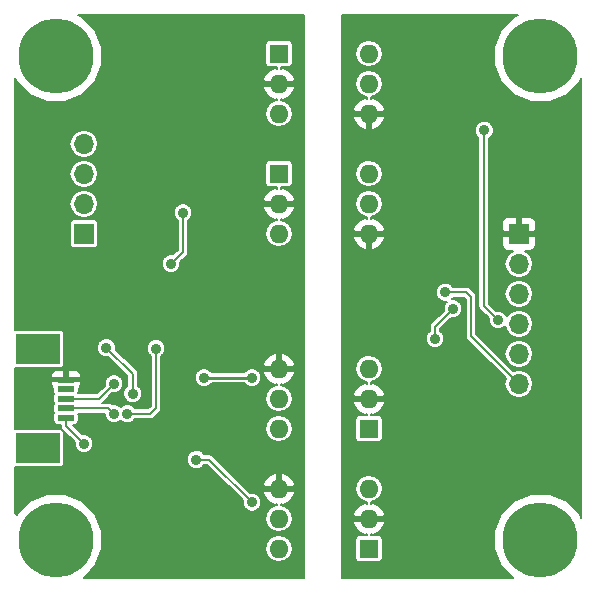
<source format=gbr>
G04 #@! TF.FileFunction,Copper,L2,Bot,Signal*
%FSLAX46Y46*%
G04 Gerber Fmt 4.6, Leading zero omitted, Abs format (unit mm)*
G04 Created by KiCad (PCBNEW (after 2015-mar-04 BZR unknown)-product) date 3/8/2017 11:20:46 AM*
%MOMM*%
G01*
G04 APERTURE LIST*
%ADD10C,0.150000*%
%ADD11C,6.350000*%
%ADD12R,3.799840X2.499360*%
%ADD13R,1.399540X0.500380*%
%ADD14R,1.700000X1.700000*%
%ADD15O,1.700000X1.700000*%
%ADD16R,1.600000X1.600000*%
%ADD17O,1.600000X1.600000*%
%ADD18C,0.889000*%
%ADD19C,0.203200*%
%ADD20C,0.254000*%
G04 APERTURE END LIST*
D10*
D11*
X4000000Y-4000000D03*
X45000000Y-4000000D03*
X4000000Y-45000000D03*
X45000000Y-45000000D03*
D12*
X2430780Y-28818840D03*
X2430780Y-37221160D03*
D13*
X4831080Y-31419800D03*
X4831080Y-32219900D03*
X4831080Y-34620200D03*
X4831080Y-33820100D03*
X4831080Y-33020000D03*
D14*
X43180000Y-19050000D03*
D15*
X43180000Y-21590000D03*
X43180000Y-24130000D03*
X43180000Y-26670000D03*
X43180000Y-29210000D03*
X43180000Y-31750000D03*
D14*
X6350000Y-19050000D03*
D15*
X6350000Y-16510000D03*
X6350000Y-13970000D03*
X6350000Y-11430000D03*
D16*
X30480000Y-35560000D03*
D17*
X22860000Y-30480000D03*
X30480000Y-33020000D03*
X22860000Y-33020000D03*
X30480000Y-30480000D03*
X22860000Y-35560000D03*
D16*
X22860000Y-3810000D03*
D17*
X30480000Y-8890000D03*
X22860000Y-6350000D03*
X30480000Y-6350000D03*
X22860000Y-8890000D03*
X30480000Y-3810000D03*
D16*
X30480000Y-45720000D03*
D17*
X22860000Y-40640000D03*
X30480000Y-43180000D03*
X22860000Y-43180000D03*
X30480000Y-40640000D03*
X22860000Y-45720000D03*
D16*
X22860000Y-13970000D03*
D17*
X30480000Y-19050000D03*
X22860000Y-16510000D03*
X30480000Y-16510000D03*
X22860000Y-19050000D03*
X30480000Y-13970000D03*
D18*
X6350000Y-36830000D03*
X17843500Y-36893500D03*
X14033500Y-40640000D03*
X17653000Y-47053500D03*
X11049000Y-28829000D03*
X2540000Y-31750000D03*
X11938000Y-37084000D03*
X12446000Y-28765500D03*
X10033000Y-34290000D03*
X8890000Y-34290000D03*
X8890000Y-31750000D03*
X10477500Y-32575500D03*
X8255000Y-28702000D03*
X14732000Y-17272000D03*
X13716000Y-21590000D03*
X16510000Y-31242000D03*
X20574000Y-31242000D03*
X40259000Y-10287000D03*
X41402000Y-26352500D03*
X15875000Y-38163500D03*
X20574000Y-41783000D03*
X39116000Y-20574000D03*
X34290000Y-31496000D03*
X37846000Y-2286000D03*
X37719000Y-12446000D03*
X36068000Y-27940000D03*
X37592000Y-25400000D03*
X36957000Y-24003000D03*
D19*
X4831080Y-34620200D02*
X4831080Y-35311080D01*
X4831080Y-35311080D02*
X6350000Y-36830000D01*
X2870200Y-31419800D02*
X4831080Y-31419800D01*
X2540000Y-31750000D02*
X2870200Y-31419800D01*
X10033000Y-34290000D02*
X11938000Y-34290000D01*
X12446000Y-33782000D02*
X12446000Y-28765500D01*
X11938000Y-34290000D02*
X12446000Y-33782000D01*
X4831080Y-33820100D02*
X8420100Y-33820100D01*
X8420100Y-33820100D02*
X8890000Y-34290000D01*
X4831080Y-33020000D02*
X7620000Y-33020000D01*
X7620000Y-33020000D02*
X8890000Y-31750000D01*
X10477500Y-30924500D02*
X10477500Y-32575500D01*
X8255000Y-28702000D02*
X10477500Y-30924500D01*
X14732000Y-20574000D02*
X14732000Y-17272000D01*
X13716000Y-21590000D02*
X14732000Y-20574000D01*
D20*
X16510000Y-31242000D02*
X20574000Y-31242000D01*
D19*
X40195500Y-10350500D02*
X40259000Y-10287000D01*
X40195500Y-25146000D02*
X40195500Y-10350500D01*
X41402000Y-26352500D02*
X40195500Y-25146000D01*
X16954500Y-38163500D02*
X15875000Y-38163500D01*
X20574000Y-41783000D02*
X16954500Y-38163500D01*
X36068000Y-26924000D02*
X36068000Y-27940000D01*
X37592000Y-25400000D02*
X36068000Y-26924000D01*
X36957000Y-24003000D02*
X38735000Y-24003000D01*
X39116000Y-27686000D02*
X43180000Y-31750000D01*
X39116000Y-24384000D02*
X39116000Y-27686000D01*
X38735000Y-24003000D02*
X39116000Y-24384000D01*
G36*
X24984400Y-48168400D02*
X24220244Y-48168400D01*
X24220244Y-41009741D01*
X24220244Y-40270259D01*
X24220244Y-30849741D01*
X24220244Y-30110259D01*
X24220244Y-16879741D01*
X24220244Y-16140259D01*
X24220244Y-6719741D01*
X24220244Y-5980259D01*
X24083294Y-5649602D01*
X24022567Y-5579850D01*
X23722145Y-5234782D01*
X23229743Y-4989744D01*
X23012402Y-5101048D01*
X23012402Y-4972567D01*
X23660000Y-4972567D01*
X23795589Y-4946259D01*
X23914759Y-4867977D01*
X23994531Y-4749799D01*
X24022567Y-4610000D01*
X24022567Y-3010000D01*
X23996259Y-2874411D01*
X23917977Y-2755241D01*
X23799799Y-2675469D01*
X23660000Y-2647433D01*
X22060000Y-2647433D01*
X21924411Y-2673741D01*
X21805241Y-2752023D01*
X21725469Y-2870201D01*
X21697433Y-3010000D01*
X21697433Y-4610000D01*
X21723741Y-4745589D01*
X21802023Y-4864759D01*
X21920201Y-4944531D01*
X22060000Y-4972567D01*
X22707598Y-4972567D01*
X22707598Y-5101048D01*
X22490257Y-4989744D01*
X21997855Y-5234782D01*
X21636706Y-5649602D01*
X21499756Y-5980259D01*
X21612071Y-6197600D01*
X22707600Y-6197600D01*
X22707600Y-6177600D01*
X23012400Y-6177600D01*
X23012400Y-6197600D01*
X24107929Y-6197600D01*
X24220244Y-5980259D01*
X24220244Y-6719741D01*
X24107929Y-6502400D01*
X23012400Y-6502400D01*
X23012400Y-6522400D01*
X22707600Y-6522400D01*
X22707600Y-6502400D01*
X21612071Y-6502400D01*
X21499756Y-6719741D01*
X21636706Y-7050398D01*
X21997855Y-7465218D01*
X22490257Y-7710256D01*
X22707598Y-7598951D01*
X22707598Y-7759600D01*
X22707600Y-7759600D01*
X22710666Y-7759600D01*
X22707600Y-7760210D01*
X22395131Y-7822365D01*
X22020227Y-8072867D01*
X21769725Y-8447771D01*
X21681760Y-8890000D01*
X21769725Y-9332229D01*
X22020227Y-9707133D01*
X22395131Y-9957635D01*
X22837360Y-10045600D01*
X22882640Y-10045600D01*
X23324869Y-9957635D01*
X23699773Y-9707133D01*
X23950275Y-9332229D01*
X24038240Y-8890000D01*
X23950275Y-8447771D01*
X23699773Y-8072867D01*
X23324869Y-7822365D01*
X23009328Y-7759600D01*
X23012402Y-7759600D01*
X23012402Y-7598951D01*
X23229743Y-7710256D01*
X23722145Y-7465218D01*
X24083294Y-7050398D01*
X24220244Y-6719741D01*
X24220244Y-16140259D01*
X24083294Y-15809602D01*
X24038240Y-15757852D01*
X24022567Y-15739850D01*
X23722145Y-15394782D01*
X23229743Y-15149744D01*
X23012402Y-15261048D01*
X23012402Y-15132567D01*
X23660000Y-15132567D01*
X23795589Y-15106259D01*
X23914759Y-15027977D01*
X23994531Y-14909799D01*
X24022567Y-14770000D01*
X24022567Y-13170000D01*
X23996259Y-13034411D01*
X23917977Y-12915241D01*
X23799799Y-12835469D01*
X23660000Y-12807433D01*
X22060000Y-12807433D01*
X21924411Y-12833741D01*
X21805241Y-12912023D01*
X21725469Y-13030201D01*
X21697433Y-13170000D01*
X21697433Y-14770000D01*
X21723741Y-14905589D01*
X21802023Y-15024759D01*
X21920201Y-15104531D01*
X22060000Y-15132567D01*
X22707598Y-15132567D01*
X22707598Y-15261048D01*
X22490257Y-15149744D01*
X21997855Y-15394782D01*
X21636706Y-15809602D01*
X21499756Y-16140259D01*
X21612071Y-16357600D01*
X22707600Y-16357600D01*
X22707600Y-16337600D01*
X23012400Y-16337600D01*
X23012400Y-16357600D01*
X24107929Y-16357600D01*
X24220244Y-16140259D01*
X24220244Y-16879741D01*
X24107929Y-16662400D01*
X23012400Y-16662400D01*
X23012400Y-16682400D01*
X22707600Y-16682400D01*
X22707600Y-16662400D01*
X21612071Y-16662400D01*
X21499756Y-16879741D01*
X21636706Y-17210398D01*
X21997855Y-17625218D01*
X22490257Y-17870256D01*
X22707598Y-17758951D01*
X22707598Y-17919600D01*
X22707600Y-17919600D01*
X22710666Y-17919600D01*
X22707600Y-17920210D01*
X22395131Y-17982365D01*
X22020227Y-18232867D01*
X21769725Y-18607771D01*
X21681760Y-19050000D01*
X21769725Y-19492229D01*
X22020227Y-19867133D01*
X22395131Y-20117635D01*
X22837360Y-20205600D01*
X22882640Y-20205600D01*
X23324869Y-20117635D01*
X23699773Y-19867133D01*
X23950275Y-19492229D01*
X24038240Y-19050000D01*
X23950275Y-18607771D01*
X23699773Y-18232867D01*
X23324869Y-17982365D01*
X23009328Y-17919600D01*
X23012402Y-17919600D01*
X23012402Y-17758951D01*
X23229743Y-17870256D01*
X23722145Y-17625218D01*
X24083294Y-17210398D01*
X24220244Y-16879741D01*
X24220244Y-30110259D01*
X24083294Y-29779602D01*
X24038240Y-29727852D01*
X23722145Y-29364782D01*
X23229743Y-29119744D01*
X23012400Y-29231050D01*
X23012400Y-30327600D01*
X24107929Y-30327600D01*
X24220244Y-30110259D01*
X24220244Y-30849741D01*
X24107929Y-30632400D01*
X23012400Y-30632400D01*
X23012400Y-30652400D01*
X22707600Y-30652400D01*
X22707600Y-30632400D01*
X22707600Y-30327600D01*
X22707600Y-29231050D01*
X22490257Y-29119744D01*
X21997855Y-29364782D01*
X21636706Y-29779602D01*
X21499756Y-30110259D01*
X21612071Y-30327600D01*
X22707600Y-30327600D01*
X22707600Y-30632400D01*
X21612071Y-30632400D01*
X21499756Y-30849741D01*
X21636706Y-31180398D01*
X21997855Y-31595218D01*
X22490257Y-31840256D01*
X22707598Y-31728951D01*
X22707598Y-31889600D01*
X22707600Y-31889600D01*
X22710666Y-31889600D01*
X22707600Y-31890210D01*
X22395131Y-31952365D01*
X22020227Y-32202867D01*
X21769725Y-32577771D01*
X21681760Y-33020000D01*
X21769725Y-33462229D01*
X22020227Y-33837133D01*
X22395131Y-34087635D01*
X22837360Y-34175600D01*
X22882640Y-34175600D01*
X23324869Y-34087635D01*
X23699773Y-33837133D01*
X23950275Y-33462229D01*
X24038240Y-33020000D01*
X23950275Y-32577771D01*
X23699773Y-32202867D01*
X23324869Y-31952365D01*
X23009328Y-31889600D01*
X23012402Y-31889600D01*
X23012402Y-31728951D01*
X23229743Y-31840256D01*
X23722145Y-31595218D01*
X24083294Y-31180398D01*
X24220244Y-30849741D01*
X24220244Y-40270259D01*
X24083294Y-39939602D01*
X24038240Y-39887852D01*
X24038240Y-35560000D01*
X23950275Y-35117771D01*
X23699773Y-34742867D01*
X23324869Y-34492365D01*
X22882640Y-34404400D01*
X22837360Y-34404400D01*
X22395131Y-34492365D01*
X22020227Y-34742867D01*
X21769725Y-35117771D01*
X21681760Y-35560000D01*
X21769725Y-36002229D01*
X22020227Y-36377133D01*
X22395131Y-36627635D01*
X22837360Y-36715600D01*
X22882640Y-36715600D01*
X23324869Y-36627635D01*
X23699773Y-36377133D01*
X23950275Y-36002229D01*
X24038240Y-35560000D01*
X24038240Y-39887852D01*
X23722145Y-39524782D01*
X23229743Y-39279744D01*
X23012400Y-39391050D01*
X23012400Y-40487600D01*
X24107929Y-40487600D01*
X24220244Y-40270259D01*
X24220244Y-41009741D01*
X24107929Y-40792400D01*
X23012400Y-40792400D01*
X23012400Y-40812400D01*
X22707600Y-40812400D01*
X22707600Y-40792400D01*
X22707600Y-40487600D01*
X22707600Y-39391050D01*
X22490257Y-39279744D01*
X21997855Y-39524782D01*
X21636706Y-39939602D01*
X21499756Y-40270259D01*
X21612071Y-40487600D01*
X22707600Y-40487600D01*
X22707600Y-40792400D01*
X21612071Y-40792400D01*
X21499756Y-41009741D01*
X21636706Y-41340398D01*
X21997855Y-41755218D01*
X22490257Y-42000256D01*
X22707598Y-41888951D01*
X22707598Y-42049600D01*
X22707600Y-42049600D01*
X22710666Y-42049600D01*
X22707600Y-42050210D01*
X22395131Y-42112365D01*
X22020227Y-42362867D01*
X21769725Y-42737771D01*
X21681760Y-43180000D01*
X21769725Y-43622229D01*
X22020227Y-43997133D01*
X22395131Y-44247635D01*
X22837360Y-44335600D01*
X22882640Y-44335600D01*
X23324869Y-44247635D01*
X23699773Y-43997133D01*
X23950275Y-43622229D01*
X24038240Y-43180000D01*
X23950275Y-42737771D01*
X23699773Y-42362867D01*
X23324869Y-42112365D01*
X23009328Y-42049600D01*
X23012402Y-42049600D01*
X23012402Y-41888951D01*
X23229743Y-42000256D01*
X23722145Y-41755218D01*
X24083294Y-41340398D01*
X24220244Y-41009741D01*
X24220244Y-48168400D01*
X24038240Y-48168400D01*
X24038240Y-45720000D01*
X23950275Y-45277771D01*
X23699773Y-44902867D01*
X23324869Y-44652365D01*
X22882640Y-44564400D01*
X22837360Y-44564400D01*
X22395131Y-44652365D01*
X22020227Y-44902867D01*
X21769725Y-45277771D01*
X21681760Y-45720000D01*
X21769725Y-46162229D01*
X22020227Y-46537133D01*
X22395131Y-46787635D01*
X22837360Y-46875600D01*
X22882640Y-46875600D01*
X23324869Y-46787635D01*
X23699773Y-46537133D01*
X23950275Y-46162229D01*
X24038240Y-45720000D01*
X24038240Y-48168400D01*
X21374239Y-48168400D01*
X21374239Y-41624548D01*
X21374239Y-31083548D01*
X21252687Y-30789372D01*
X21027812Y-30564104D01*
X20733848Y-30442039D01*
X20415548Y-30441761D01*
X20121372Y-30563313D01*
X19924942Y-30759400D01*
X17158767Y-30759400D01*
X16963812Y-30564104D01*
X16669848Y-30442039D01*
X16351548Y-30441761D01*
X16057372Y-30563313D01*
X15832104Y-30788188D01*
X15710039Y-31082152D01*
X15709761Y-31400452D01*
X15831313Y-31694628D01*
X16056188Y-31919896D01*
X16350152Y-32041961D01*
X16668452Y-32042239D01*
X16962628Y-31920687D01*
X17159057Y-31724600D01*
X19925232Y-31724600D01*
X20120188Y-31919896D01*
X20414152Y-32041961D01*
X20732452Y-32042239D01*
X21026628Y-31920687D01*
X21251896Y-31695812D01*
X21373961Y-31401848D01*
X21374239Y-31083548D01*
X21374239Y-41624548D01*
X21252687Y-41330372D01*
X21027812Y-41105104D01*
X20733848Y-40983039D01*
X20420343Y-40982765D01*
X17277789Y-37840211D01*
X17129463Y-37741102D01*
X16954500Y-37706300D01*
X16549122Y-37706300D01*
X16328812Y-37485604D01*
X16034848Y-37363539D01*
X15716548Y-37363261D01*
X15532239Y-37439416D01*
X15532239Y-17113548D01*
X15410687Y-16819372D01*
X15185812Y-16594104D01*
X14891848Y-16472039D01*
X14573548Y-16471761D01*
X14279372Y-16593313D01*
X14054104Y-16818188D01*
X13932039Y-17112152D01*
X13931761Y-17430452D01*
X14053313Y-17724628D01*
X14274800Y-17946502D01*
X14274800Y-20384622D01*
X13869388Y-20790033D01*
X13557548Y-20789761D01*
X13263372Y-20911313D01*
X13038104Y-21136188D01*
X12916039Y-21430152D01*
X12915761Y-21748452D01*
X13037313Y-22042628D01*
X13262188Y-22267896D01*
X13556152Y-22389961D01*
X13874452Y-22390239D01*
X14168628Y-22268687D01*
X14393896Y-22043812D01*
X14515961Y-21749848D01*
X14516234Y-21436343D01*
X15055289Y-20897289D01*
X15154398Y-20748963D01*
X15189200Y-20574000D01*
X15189200Y-17946122D01*
X15409896Y-17725812D01*
X15531961Y-17431848D01*
X15532239Y-17113548D01*
X15532239Y-37439416D01*
X15422372Y-37484813D01*
X15197104Y-37709688D01*
X15075039Y-38003652D01*
X15074761Y-38321952D01*
X15196313Y-38616128D01*
X15421188Y-38841396D01*
X15715152Y-38963461D01*
X16033452Y-38963739D01*
X16327628Y-38842187D01*
X16549502Y-38620700D01*
X16765122Y-38620700D01*
X19774033Y-41629611D01*
X19773761Y-41941452D01*
X19895313Y-42235628D01*
X20120188Y-42460896D01*
X20414152Y-42582961D01*
X20732452Y-42583239D01*
X21026628Y-42461687D01*
X21251896Y-42236812D01*
X21373961Y-41942848D01*
X21374239Y-41624548D01*
X21374239Y-48168400D01*
X13246239Y-48168400D01*
X13246239Y-28607048D01*
X13124687Y-28312872D01*
X12899812Y-28087604D01*
X12605848Y-27965539D01*
X12287548Y-27965261D01*
X11993372Y-28086813D01*
X11768104Y-28311688D01*
X11646039Y-28605652D01*
X11645761Y-28923952D01*
X11767313Y-29218128D01*
X11988800Y-29440002D01*
X11988800Y-33592621D01*
X11748621Y-33832800D01*
X11277739Y-33832800D01*
X11277739Y-32417048D01*
X11156187Y-32122872D01*
X10934700Y-31900997D01*
X10934700Y-30924500D01*
X10899898Y-30749537D01*
X10800789Y-30601211D01*
X9054966Y-28855388D01*
X9055239Y-28543548D01*
X8933687Y-28249372D01*
X8708812Y-28024104D01*
X8414848Y-27902039D01*
X8096548Y-27901761D01*
X7802372Y-28023313D01*
X7579219Y-28246076D01*
X7579219Y-16510000D01*
X7579219Y-13970000D01*
X7579219Y-11430000D01*
X7487448Y-10968637D01*
X7226107Y-10577512D01*
X6834982Y-10316171D01*
X6373619Y-10224400D01*
X6326381Y-10224400D01*
X5865018Y-10316171D01*
X5473893Y-10577512D01*
X5212552Y-10968637D01*
X5120781Y-11430000D01*
X5212552Y-11891363D01*
X5473893Y-12282488D01*
X5865018Y-12543829D01*
X6326381Y-12635600D01*
X6373619Y-12635600D01*
X6834982Y-12543829D01*
X7226107Y-12282488D01*
X7487448Y-11891363D01*
X7579219Y-11430000D01*
X7579219Y-13970000D01*
X7487448Y-13508637D01*
X7226107Y-13117512D01*
X6834982Y-12856171D01*
X6373619Y-12764400D01*
X6326381Y-12764400D01*
X5865018Y-12856171D01*
X5473893Y-13117512D01*
X5212552Y-13508637D01*
X5120781Y-13970000D01*
X5212552Y-14431363D01*
X5473893Y-14822488D01*
X5865018Y-15083829D01*
X6326381Y-15175600D01*
X6373619Y-15175600D01*
X6834982Y-15083829D01*
X7226107Y-14822488D01*
X7487448Y-14431363D01*
X7579219Y-13970000D01*
X7579219Y-16510000D01*
X7487448Y-16048637D01*
X7226107Y-15657512D01*
X6834982Y-15396171D01*
X6373619Y-15304400D01*
X6326381Y-15304400D01*
X5865018Y-15396171D01*
X5473893Y-15657512D01*
X5212552Y-16048637D01*
X5120781Y-16510000D01*
X5212552Y-16971363D01*
X5473893Y-17362488D01*
X5865018Y-17623829D01*
X6326381Y-17715600D01*
X6373619Y-17715600D01*
X6834982Y-17623829D01*
X7226107Y-17362488D01*
X7487448Y-16971363D01*
X7579219Y-16510000D01*
X7579219Y-28246076D01*
X7577104Y-28248188D01*
X7562567Y-28283196D01*
X7562567Y-19900000D01*
X7562567Y-18200000D01*
X7536259Y-18064411D01*
X7457977Y-17945241D01*
X7339799Y-17865469D01*
X7200000Y-17837433D01*
X5500000Y-17837433D01*
X5364411Y-17863741D01*
X5245241Y-17942023D01*
X5165469Y-18060201D01*
X5137433Y-18200000D01*
X5137433Y-19900000D01*
X5163741Y-20035589D01*
X5242023Y-20154759D01*
X5360201Y-20234531D01*
X5500000Y-20262567D01*
X7200000Y-20262567D01*
X7335589Y-20236259D01*
X7454759Y-20157977D01*
X7534531Y-20039799D01*
X7562567Y-19900000D01*
X7562567Y-28283196D01*
X7455039Y-28542152D01*
X7454761Y-28860452D01*
X7576313Y-29154628D01*
X7801188Y-29379896D01*
X8095152Y-29501961D01*
X8408656Y-29502234D01*
X10020300Y-31113878D01*
X10020300Y-31901377D01*
X9799604Y-32121688D01*
X9677539Y-32415652D01*
X9677261Y-32733952D01*
X9798813Y-33028128D01*
X10023688Y-33253396D01*
X10317652Y-33375461D01*
X10635952Y-33375739D01*
X10930128Y-33254187D01*
X11155396Y-33029312D01*
X11277461Y-32735348D01*
X11277739Y-32417048D01*
X11277739Y-33832800D01*
X10707122Y-33832800D01*
X10486812Y-33612104D01*
X10192848Y-33490039D01*
X9874548Y-33489761D01*
X9580372Y-33611313D01*
X9461489Y-33729987D01*
X9343812Y-33612104D01*
X9049848Y-33490039D01*
X8732839Y-33489762D01*
X8595063Y-33397702D01*
X8420100Y-33362900D01*
X7913939Y-33362900D01*
X7943289Y-33343289D01*
X8736611Y-32549966D01*
X9048452Y-32550239D01*
X9342628Y-32428687D01*
X9567896Y-32203812D01*
X9689961Y-31909848D01*
X9690239Y-31591548D01*
X9568687Y-31297372D01*
X9343812Y-31072104D01*
X9049848Y-30950039D01*
X8731548Y-30949761D01*
X8437372Y-31071313D01*
X8212104Y-31296188D01*
X8090039Y-31590152D01*
X8089765Y-31903656D01*
X7430622Y-32562800D01*
X5874824Y-32562800D01*
X5893417Y-32470090D01*
X5893417Y-32169528D01*
X6047644Y-32015301D01*
X6140450Y-31791247D01*
X6140450Y-31697295D01*
X6140450Y-31142305D01*
X6140450Y-31048353D01*
X6047644Y-30824299D01*
X5876161Y-30652816D01*
X5652107Y-30560010D01*
X5409593Y-30560010D01*
X5135880Y-30560010D01*
X4983480Y-30712410D01*
X4983480Y-31294705D01*
X5988050Y-31294705D01*
X6140450Y-31142305D01*
X6140450Y-31697295D01*
X5988050Y-31544895D01*
X4983480Y-31544895D01*
X4983480Y-31592200D01*
X4678680Y-31592200D01*
X4678680Y-31544895D01*
X4678680Y-31294705D01*
X4678680Y-30712410D01*
X4526280Y-30560010D01*
X4252567Y-30560010D01*
X4010053Y-30560010D01*
X3785999Y-30652816D01*
X3614516Y-30824299D01*
X3521710Y-31048353D01*
X3521710Y-31142305D01*
X3674110Y-31294705D01*
X4678680Y-31294705D01*
X4678680Y-31544895D01*
X3674110Y-31544895D01*
X3521710Y-31697295D01*
X3521710Y-31791247D01*
X3614516Y-32015301D01*
X3768743Y-32169528D01*
X3768743Y-32470090D01*
X3795051Y-32605679D01*
X3804003Y-32619307D01*
X3796779Y-32630011D01*
X3768743Y-32769810D01*
X3768743Y-33270190D01*
X3795051Y-33405779D01*
X3804003Y-33419407D01*
X3796779Y-33430111D01*
X3768743Y-33569910D01*
X3768743Y-34070290D01*
X3795051Y-34205879D01*
X3804003Y-34219507D01*
X3796779Y-34230211D01*
X3768743Y-34370010D01*
X3768743Y-34870390D01*
X3795051Y-35005979D01*
X3873333Y-35125149D01*
X3991511Y-35204921D01*
X4131310Y-35232957D01*
X4373880Y-35232957D01*
X4373880Y-35311080D01*
X4408682Y-35486043D01*
X4507791Y-35634369D01*
X5550033Y-36676611D01*
X5549761Y-36988452D01*
X5671313Y-37282628D01*
X5896188Y-37507896D01*
X6190152Y-37629961D01*
X6508452Y-37630239D01*
X6802628Y-37508687D01*
X7027896Y-37283812D01*
X7149961Y-36989848D01*
X7150239Y-36671548D01*
X7028687Y-36377372D01*
X6803812Y-36152104D01*
X6509848Y-36030039D01*
X6196343Y-36029765D01*
X5399535Y-35232957D01*
X5530850Y-35232957D01*
X5666439Y-35206649D01*
X5785609Y-35128367D01*
X5865381Y-35010189D01*
X5893417Y-34870390D01*
X5893417Y-34370010D01*
X5875428Y-34277300D01*
X8089910Y-34277300D01*
X8089761Y-34448452D01*
X8211313Y-34742628D01*
X8436188Y-34967896D01*
X8730152Y-35089961D01*
X9048452Y-35090239D01*
X9342628Y-34968687D01*
X9461510Y-34850012D01*
X9579188Y-34967896D01*
X9873152Y-35089961D01*
X10191452Y-35090239D01*
X10485628Y-34968687D01*
X10707502Y-34747200D01*
X11938000Y-34747200D01*
X12112963Y-34712398D01*
X12261289Y-34613289D01*
X12769289Y-34105290D01*
X12769289Y-34105289D01*
X12868398Y-33956963D01*
X12903199Y-33782000D01*
X12903200Y-33782000D01*
X12903200Y-29439622D01*
X13123896Y-29219312D01*
X13245961Y-28925348D01*
X13246239Y-28607048D01*
X13246239Y-48168400D01*
X6362737Y-48168400D01*
X7314160Y-47218637D01*
X7910920Y-45781479D01*
X7912278Y-44225348D01*
X7318027Y-42787151D01*
X6218637Y-41685840D01*
X4781479Y-41089080D01*
X3225348Y-41087722D01*
X1787151Y-41681973D01*
X685840Y-42781363D01*
X640629Y-42890241D01*
X546100Y-42732691D01*
X546100Y-38833407D01*
X4330700Y-38833407D01*
X4466289Y-38807099D01*
X4585459Y-38728817D01*
X4665231Y-38610639D01*
X4693267Y-38470840D01*
X4693267Y-35971480D01*
X4666959Y-35835891D01*
X4588677Y-35716721D01*
X4470499Y-35636949D01*
X4330700Y-35608913D01*
X546100Y-35608913D01*
X546100Y-30431087D01*
X4330700Y-30431087D01*
X4466289Y-30404779D01*
X4585459Y-30326497D01*
X4665231Y-30208319D01*
X4693267Y-30068520D01*
X4693267Y-27569160D01*
X4666959Y-27433571D01*
X4588677Y-27314401D01*
X4470499Y-27234629D01*
X4330700Y-27206593D01*
X546100Y-27206593D01*
X546100Y-5884011D01*
X681973Y-6212849D01*
X1781363Y-7314160D01*
X3218521Y-7910920D01*
X4774652Y-7912278D01*
X6212849Y-7318027D01*
X7314160Y-6218637D01*
X7910920Y-4781479D01*
X7912278Y-3225348D01*
X7318027Y-1787151D01*
X6218637Y-685840D01*
X5882105Y-546100D01*
X24984400Y-546100D01*
X24984400Y-48168400D01*
X24984400Y-48168400D01*
G37*
X24984400Y-48168400D02*
X24220244Y-48168400D01*
X24220244Y-41009741D01*
X24220244Y-40270259D01*
X24220244Y-30849741D01*
X24220244Y-30110259D01*
X24220244Y-16879741D01*
X24220244Y-16140259D01*
X24220244Y-6719741D01*
X24220244Y-5980259D01*
X24083294Y-5649602D01*
X24022567Y-5579850D01*
X23722145Y-5234782D01*
X23229743Y-4989744D01*
X23012402Y-5101048D01*
X23012402Y-4972567D01*
X23660000Y-4972567D01*
X23795589Y-4946259D01*
X23914759Y-4867977D01*
X23994531Y-4749799D01*
X24022567Y-4610000D01*
X24022567Y-3010000D01*
X23996259Y-2874411D01*
X23917977Y-2755241D01*
X23799799Y-2675469D01*
X23660000Y-2647433D01*
X22060000Y-2647433D01*
X21924411Y-2673741D01*
X21805241Y-2752023D01*
X21725469Y-2870201D01*
X21697433Y-3010000D01*
X21697433Y-4610000D01*
X21723741Y-4745589D01*
X21802023Y-4864759D01*
X21920201Y-4944531D01*
X22060000Y-4972567D01*
X22707598Y-4972567D01*
X22707598Y-5101048D01*
X22490257Y-4989744D01*
X21997855Y-5234782D01*
X21636706Y-5649602D01*
X21499756Y-5980259D01*
X21612071Y-6197600D01*
X22707600Y-6197600D01*
X22707600Y-6177600D01*
X23012400Y-6177600D01*
X23012400Y-6197600D01*
X24107929Y-6197600D01*
X24220244Y-5980259D01*
X24220244Y-6719741D01*
X24107929Y-6502400D01*
X23012400Y-6502400D01*
X23012400Y-6522400D01*
X22707600Y-6522400D01*
X22707600Y-6502400D01*
X21612071Y-6502400D01*
X21499756Y-6719741D01*
X21636706Y-7050398D01*
X21997855Y-7465218D01*
X22490257Y-7710256D01*
X22707598Y-7598951D01*
X22707598Y-7759600D01*
X22707600Y-7759600D01*
X22710666Y-7759600D01*
X22707600Y-7760210D01*
X22395131Y-7822365D01*
X22020227Y-8072867D01*
X21769725Y-8447771D01*
X21681760Y-8890000D01*
X21769725Y-9332229D01*
X22020227Y-9707133D01*
X22395131Y-9957635D01*
X22837360Y-10045600D01*
X22882640Y-10045600D01*
X23324869Y-9957635D01*
X23699773Y-9707133D01*
X23950275Y-9332229D01*
X24038240Y-8890000D01*
X23950275Y-8447771D01*
X23699773Y-8072867D01*
X23324869Y-7822365D01*
X23009328Y-7759600D01*
X23012402Y-7759600D01*
X23012402Y-7598951D01*
X23229743Y-7710256D01*
X23722145Y-7465218D01*
X24083294Y-7050398D01*
X24220244Y-6719741D01*
X24220244Y-16140259D01*
X24083294Y-15809602D01*
X24038240Y-15757852D01*
X24022567Y-15739850D01*
X23722145Y-15394782D01*
X23229743Y-15149744D01*
X23012402Y-15261048D01*
X23012402Y-15132567D01*
X23660000Y-15132567D01*
X23795589Y-15106259D01*
X23914759Y-15027977D01*
X23994531Y-14909799D01*
X24022567Y-14770000D01*
X24022567Y-13170000D01*
X23996259Y-13034411D01*
X23917977Y-12915241D01*
X23799799Y-12835469D01*
X23660000Y-12807433D01*
X22060000Y-12807433D01*
X21924411Y-12833741D01*
X21805241Y-12912023D01*
X21725469Y-13030201D01*
X21697433Y-13170000D01*
X21697433Y-14770000D01*
X21723741Y-14905589D01*
X21802023Y-15024759D01*
X21920201Y-15104531D01*
X22060000Y-15132567D01*
X22707598Y-15132567D01*
X22707598Y-15261048D01*
X22490257Y-15149744D01*
X21997855Y-15394782D01*
X21636706Y-15809602D01*
X21499756Y-16140259D01*
X21612071Y-16357600D01*
X22707600Y-16357600D01*
X22707600Y-16337600D01*
X23012400Y-16337600D01*
X23012400Y-16357600D01*
X24107929Y-16357600D01*
X24220244Y-16140259D01*
X24220244Y-16879741D01*
X24107929Y-16662400D01*
X23012400Y-16662400D01*
X23012400Y-16682400D01*
X22707600Y-16682400D01*
X22707600Y-16662400D01*
X21612071Y-16662400D01*
X21499756Y-16879741D01*
X21636706Y-17210398D01*
X21997855Y-17625218D01*
X22490257Y-17870256D01*
X22707598Y-17758951D01*
X22707598Y-17919600D01*
X22707600Y-17919600D01*
X22710666Y-17919600D01*
X22707600Y-17920210D01*
X22395131Y-17982365D01*
X22020227Y-18232867D01*
X21769725Y-18607771D01*
X21681760Y-19050000D01*
X21769725Y-19492229D01*
X22020227Y-19867133D01*
X22395131Y-20117635D01*
X22837360Y-20205600D01*
X22882640Y-20205600D01*
X23324869Y-20117635D01*
X23699773Y-19867133D01*
X23950275Y-19492229D01*
X24038240Y-19050000D01*
X23950275Y-18607771D01*
X23699773Y-18232867D01*
X23324869Y-17982365D01*
X23009328Y-17919600D01*
X23012402Y-17919600D01*
X23012402Y-17758951D01*
X23229743Y-17870256D01*
X23722145Y-17625218D01*
X24083294Y-17210398D01*
X24220244Y-16879741D01*
X24220244Y-30110259D01*
X24083294Y-29779602D01*
X24038240Y-29727852D01*
X23722145Y-29364782D01*
X23229743Y-29119744D01*
X23012400Y-29231050D01*
X23012400Y-30327600D01*
X24107929Y-30327600D01*
X24220244Y-30110259D01*
X24220244Y-30849741D01*
X24107929Y-30632400D01*
X23012400Y-30632400D01*
X23012400Y-30652400D01*
X22707600Y-30652400D01*
X22707600Y-30632400D01*
X22707600Y-30327600D01*
X22707600Y-29231050D01*
X22490257Y-29119744D01*
X21997855Y-29364782D01*
X21636706Y-29779602D01*
X21499756Y-30110259D01*
X21612071Y-30327600D01*
X22707600Y-30327600D01*
X22707600Y-30632400D01*
X21612071Y-30632400D01*
X21499756Y-30849741D01*
X21636706Y-31180398D01*
X21997855Y-31595218D01*
X22490257Y-31840256D01*
X22707598Y-31728951D01*
X22707598Y-31889600D01*
X22707600Y-31889600D01*
X22710666Y-31889600D01*
X22707600Y-31890210D01*
X22395131Y-31952365D01*
X22020227Y-32202867D01*
X21769725Y-32577771D01*
X21681760Y-33020000D01*
X21769725Y-33462229D01*
X22020227Y-33837133D01*
X22395131Y-34087635D01*
X22837360Y-34175600D01*
X22882640Y-34175600D01*
X23324869Y-34087635D01*
X23699773Y-33837133D01*
X23950275Y-33462229D01*
X24038240Y-33020000D01*
X23950275Y-32577771D01*
X23699773Y-32202867D01*
X23324869Y-31952365D01*
X23009328Y-31889600D01*
X23012402Y-31889600D01*
X23012402Y-31728951D01*
X23229743Y-31840256D01*
X23722145Y-31595218D01*
X24083294Y-31180398D01*
X24220244Y-30849741D01*
X24220244Y-40270259D01*
X24083294Y-39939602D01*
X24038240Y-39887852D01*
X24038240Y-35560000D01*
X23950275Y-35117771D01*
X23699773Y-34742867D01*
X23324869Y-34492365D01*
X22882640Y-34404400D01*
X22837360Y-34404400D01*
X22395131Y-34492365D01*
X22020227Y-34742867D01*
X21769725Y-35117771D01*
X21681760Y-35560000D01*
X21769725Y-36002229D01*
X22020227Y-36377133D01*
X22395131Y-36627635D01*
X22837360Y-36715600D01*
X22882640Y-36715600D01*
X23324869Y-36627635D01*
X23699773Y-36377133D01*
X23950275Y-36002229D01*
X24038240Y-35560000D01*
X24038240Y-39887852D01*
X23722145Y-39524782D01*
X23229743Y-39279744D01*
X23012400Y-39391050D01*
X23012400Y-40487600D01*
X24107929Y-40487600D01*
X24220244Y-40270259D01*
X24220244Y-41009741D01*
X24107929Y-40792400D01*
X23012400Y-40792400D01*
X23012400Y-40812400D01*
X22707600Y-40812400D01*
X22707600Y-40792400D01*
X22707600Y-40487600D01*
X22707600Y-39391050D01*
X22490257Y-39279744D01*
X21997855Y-39524782D01*
X21636706Y-39939602D01*
X21499756Y-40270259D01*
X21612071Y-40487600D01*
X22707600Y-40487600D01*
X22707600Y-40792400D01*
X21612071Y-40792400D01*
X21499756Y-41009741D01*
X21636706Y-41340398D01*
X21997855Y-41755218D01*
X22490257Y-42000256D01*
X22707598Y-41888951D01*
X22707598Y-42049600D01*
X22707600Y-42049600D01*
X22710666Y-42049600D01*
X22707600Y-42050210D01*
X22395131Y-42112365D01*
X22020227Y-42362867D01*
X21769725Y-42737771D01*
X21681760Y-43180000D01*
X21769725Y-43622229D01*
X22020227Y-43997133D01*
X22395131Y-44247635D01*
X22837360Y-44335600D01*
X22882640Y-44335600D01*
X23324869Y-44247635D01*
X23699773Y-43997133D01*
X23950275Y-43622229D01*
X24038240Y-43180000D01*
X23950275Y-42737771D01*
X23699773Y-42362867D01*
X23324869Y-42112365D01*
X23009328Y-42049600D01*
X23012402Y-42049600D01*
X23012402Y-41888951D01*
X23229743Y-42000256D01*
X23722145Y-41755218D01*
X24083294Y-41340398D01*
X24220244Y-41009741D01*
X24220244Y-48168400D01*
X24038240Y-48168400D01*
X24038240Y-45720000D01*
X23950275Y-45277771D01*
X23699773Y-44902867D01*
X23324869Y-44652365D01*
X22882640Y-44564400D01*
X22837360Y-44564400D01*
X22395131Y-44652365D01*
X22020227Y-44902867D01*
X21769725Y-45277771D01*
X21681760Y-45720000D01*
X21769725Y-46162229D01*
X22020227Y-46537133D01*
X22395131Y-46787635D01*
X22837360Y-46875600D01*
X22882640Y-46875600D01*
X23324869Y-46787635D01*
X23699773Y-46537133D01*
X23950275Y-46162229D01*
X24038240Y-45720000D01*
X24038240Y-48168400D01*
X21374239Y-48168400D01*
X21374239Y-41624548D01*
X21374239Y-31083548D01*
X21252687Y-30789372D01*
X21027812Y-30564104D01*
X20733848Y-30442039D01*
X20415548Y-30441761D01*
X20121372Y-30563313D01*
X19924942Y-30759400D01*
X17158767Y-30759400D01*
X16963812Y-30564104D01*
X16669848Y-30442039D01*
X16351548Y-30441761D01*
X16057372Y-30563313D01*
X15832104Y-30788188D01*
X15710039Y-31082152D01*
X15709761Y-31400452D01*
X15831313Y-31694628D01*
X16056188Y-31919896D01*
X16350152Y-32041961D01*
X16668452Y-32042239D01*
X16962628Y-31920687D01*
X17159057Y-31724600D01*
X19925232Y-31724600D01*
X20120188Y-31919896D01*
X20414152Y-32041961D01*
X20732452Y-32042239D01*
X21026628Y-31920687D01*
X21251896Y-31695812D01*
X21373961Y-31401848D01*
X21374239Y-31083548D01*
X21374239Y-41624548D01*
X21252687Y-41330372D01*
X21027812Y-41105104D01*
X20733848Y-40983039D01*
X20420343Y-40982765D01*
X17277789Y-37840211D01*
X17129463Y-37741102D01*
X16954500Y-37706300D01*
X16549122Y-37706300D01*
X16328812Y-37485604D01*
X16034848Y-37363539D01*
X15716548Y-37363261D01*
X15532239Y-37439416D01*
X15532239Y-17113548D01*
X15410687Y-16819372D01*
X15185812Y-16594104D01*
X14891848Y-16472039D01*
X14573548Y-16471761D01*
X14279372Y-16593313D01*
X14054104Y-16818188D01*
X13932039Y-17112152D01*
X13931761Y-17430452D01*
X14053313Y-17724628D01*
X14274800Y-17946502D01*
X14274800Y-20384622D01*
X13869388Y-20790033D01*
X13557548Y-20789761D01*
X13263372Y-20911313D01*
X13038104Y-21136188D01*
X12916039Y-21430152D01*
X12915761Y-21748452D01*
X13037313Y-22042628D01*
X13262188Y-22267896D01*
X13556152Y-22389961D01*
X13874452Y-22390239D01*
X14168628Y-22268687D01*
X14393896Y-22043812D01*
X14515961Y-21749848D01*
X14516234Y-21436343D01*
X15055289Y-20897289D01*
X15154398Y-20748963D01*
X15189200Y-20574000D01*
X15189200Y-17946122D01*
X15409896Y-17725812D01*
X15531961Y-17431848D01*
X15532239Y-17113548D01*
X15532239Y-37439416D01*
X15422372Y-37484813D01*
X15197104Y-37709688D01*
X15075039Y-38003652D01*
X15074761Y-38321952D01*
X15196313Y-38616128D01*
X15421188Y-38841396D01*
X15715152Y-38963461D01*
X16033452Y-38963739D01*
X16327628Y-38842187D01*
X16549502Y-38620700D01*
X16765122Y-38620700D01*
X19774033Y-41629611D01*
X19773761Y-41941452D01*
X19895313Y-42235628D01*
X20120188Y-42460896D01*
X20414152Y-42582961D01*
X20732452Y-42583239D01*
X21026628Y-42461687D01*
X21251896Y-42236812D01*
X21373961Y-41942848D01*
X21374239Y-41624548D01*
X21374239Y-48168400D01*
X13246239Y-48168400D01*
X13246239Y-28607048D01*
X13124687Y-28312872D01*
X12899812Y-28087604D01*
X12605848Y-27965539D01*
X12287548Y-27965261D01*
X11993372Y-28086813D01*
X11768104Y-28311688D01*
X11646039Y-28605652D01*
X11645761Y-28923952D01*
X11767313Y-29218128D01*
X11988800Y-29440002D01*
X11988800Y-33592621D01*
X11748621Y-33832800D01*
X11277739Y-33832800D01*
X11277739Y-32417048D01*
X11156187Y-32122872D01*
X10934700Y-31900997D01*
X10934700Y-30924500D01*
X10899898Y-30749537D01*
X10800789Y-30601211D01*
X9054966Y-28855388D01*
X9055239Y-28543548D01*
X8933687Y-28249372D01*
X8708812Y-28024104D01*
X8414848Y-27902039D01*
X8096548Y-27901761D01*
X7802372Y-28023313D01*
X7579219Y-28246076D01*
X7579219Y-16510000D01*
X7579219Y-13970000D01*
X7579219Y-11430000D01*
X7487448Y-10968637D01*
X7226107Y-10577512D01*
X6834982Y-10316171D01*
X6373619Y-10224400D01*
X6326381Y-10224400D01*
X5865018Y-10316171D01*
X5473893Y-10577512D01*
X5212552Y-10968637D01*
X5120781Y-11430000D01*
X5212552Y-11891363D01*
X5473893Y-12282488D01*
X5865018Y-12543829D01*
X6326381Y-12635600D01*
X6373619Y-12635600D01*
X6834982Y-12543829D01*
X7226107Y-12282488D01*
X7487448Y-11891363D01*
X7579219Y-11430000D01*
X7579219Y-13970000D01*
X7487448Y-13508637D01*
X7226107Y-13117512D01*
X6834982Y-12856171D01*
X6373619Y-12764400D01*
X6326381Y-12764400D01*
X5865018Y-12856171D01*
X5473893Y-13117512D01*
X5212552Y-13508637D01*
X5120781Y-13970000D01*
X5212552Y-14431363D01*
X5473893Y-14822488D01*
X5865018Y-15083829D01*
X6326381Y-15175600D01*
X6373619Y-15175600D01*
X6834982Y-15083829D01*
X7226107Y-14822488D01*
X7487448Y-14431363D01*
X7579219Y-13970000D01*
X7579219Y-16510000D01*
X7487448Y-16048637D01*
X7226107Y-15657512D01*
X6834982Y-15396171D01*
X6373619Y-15304400D01*
X6326381Y-15304400D01*
X5865018Y-15396171D01*
X5473893Y-15657512D01*
X5212552Y-16048637D01*
X5120781Y-16510000D01*
X5212552Y-16971363D01*
X5473893Y-17362488D01*
X5865018Y-17623829D01*
X6326381Y-17715600D01*
X6373619Y-17715600D01*
X6834982Y-17623829D01*
X7226107Y-17362488D01*
X7487448Y-16971363D01*
X7579219Y-16510000D01*
X7579219Y-28246076D01*
X7577104Y-28248188D01*
X7562567Y-28283196D01*
X7562567Y-19900000D01*
X7562567Y-18200000D01*
X7536259Y-18064411D01*
X7457977Y-17945241D01*
X7339799Y-17865469D01*
X7200000Y-17837433D01*
X5500000Y-17837433D01*
X5364411Y-17863741D01*
X5245241Y-17942023D01*
X5165469Y-18060201D01*
X5137433Y-18200000D01*
X5137433Y-19900000D01*
X5163741Y-20035589D01*
X5242023Y-20154759D01*
X5360201Y-20234531D01*
X5500000Y-20262567D01*
X7200000Y-20262567D01*
X7335589Y-20236259D01*
X7454759Y-20157977D01*
X7534531Y-20039799D01*
X7562567Y-19900000D01*
X7562567Y-28283196D01*
X7455039Y-28542152D01*
X7454761Y-28860452D01*
X7576313Y-29154628D01*
X7801188Y-29379896D01*
X8095152Y-29501961D01*
X8408656Y-29502234D01*
X10020300Y-31113878D01*
X10020300Y-31901377D01*
X9799604Y-32121688D01*
X9677539Y-32415652D01*
X9677261Y-32733952D01*
X9798813Y-33028128D01*
X10023688Y-33253396D01*
X10317652Y-33375461D01*
X10635952Y-33375739D01*
X10930128Y-33254187D01*
X11155396Y-33029312D01*
X11277461Y-32735348D01*
X11277739Y-32417048D01*
X11277739Y-33832800D01*
X10707122Y-33832800D01*
X10486812Y-33612104D01*
X10192848Y-33490039D01*
X9874548Y-33489761D01*
X9580372Y-33611313D01*
X9461489Y-33729987D01*
X9343812Y-33612104D01*
X9049848Y-33490039D01*
X8732839Y-33489762D01*
X8595063Y-33397702D01*
X8420100Y-33362900D01*
X7913939Y-33362900D01*
X7943289Y-33343289D01*
X8736611Y-32549966D01*
X9048452Y-32550239D01*
X9342628Y-32428687D01*
X9567896Y-32203812D01*
X9689961Y-31909848D01*
X9690239Y-31591548D01*
X9568687Y-31297372D01*
X9343812Y-31072104D01*
X9049848Y-30950039D01*
X8731548Y-30949761D01*
X8437372Y-31071313D01*
X8212104Y-31296188D01*
X8090039Y-31590152D01*
X8089765Y-31903656D01*
X7430622Y-32562800D01*
X5874824Y-32562800D01*
X5893417Y-32470090D01*
X5893417Y-32169528D01*
X6047644Y-32015301D01*
X6140450Y-31791247D01*
X6140450Y-31697295D01*
X6140450Y-31142305D01*
X6140450Y-31048353D01*
X6047644Y-30824299D01*
X5876161Y-30652816D01*
X5652107Y-30560010D01*
X5409593Y-30560010D01*
X5135880Y-30560010D01*
X4983480Y-30712410D01*
X4983480Y-31294705D01*
X5988050Y-31294705D01*
X6140450Y-31142305D01*
X6140450Y-31697295D01*
X5988050Y-31544895D01*
X4983480Y-31544895D01*
X4983480Y-31592200D01*
X4678680Y-31592200D01*
X4678680Y-31544895D01*
X4678680Y-31294705D01*
X4678680Y-30712410D01*
X4526280Y-30560010D01*
X4252567Y-30560010D01*
X4010053Y-30560010D01*
X3785999Y-30652816D01*
X3614516Y-30824299D01*
X3521710Y-31048353D01*
X3521710Y-31142305D01*
X3674110Y-31294705D01*
X4678680Y-31294705D01*
X4678680Y-31544895D01*
X3674110Y-31544895D01*
X3521710Y-31697295D01*
X3521710Y-31791247D01*
X3614516Y-32015301D01*
X3768743Y-32169528D01*
X3768743Y-32470090D01*
X3795051Y-32605679D01*
X3804003Y-32619307D01*
X3796779Y-32630011D01*
X3768743Y-32769810D01*
X3768743Y-33270190D01*
X3795051Y-33405779D01*
X3804003Y-33419407D01*
X3796779Y-33430111D01*
X3768743Y-33569910D01*
X3768743Y-34070290D01*
X3795051Y-34205879D01*
X3804003Y-34219507D01*
X3796779Y-34230211D01*
X3768743Y-34370010D01*
X3768743Y-34870390D01*
X3795051Y-35005979D01*
X3873333Y-35125149D01*
X3991511Y-35204921D01*
X4131310Y-35232957D01*
X4373880Y-35232957D01*
X4373880Y-35311080D01*
X4408682Y-35486043D01*
X4507791Y-35634369D01*
X5550033Y-36676611D01*
X5549761Y-36988452D01*
X5671313Y-37282628D01*
X5896188Y-37507896D01*
X6190152Y-37629961D01*
X6508452Y-37630239D01*
X6802628Y-37508687D01*
X7027896Y-37283812D01*
X7149961Y-36989848D01*
X7150239Y-36671548D01*
X7028687Y-36377372D01*
X6803812Y-36152104D01*
X6509848Y-36030039D01*
X6196343Y-36029765D01*
X5399535Y-35232957D01*
X5530850Y-35232957D01*
X5666439Y-35206649D01*
X5785609Y-35128367D01*
X5865381Y-35010189D01*
X5893417Y-34870390D01*
X5893417Y-34370010D01*
X5875428Y-34277300D01*
X8089910Y-34277300D01*
X8089761Y-34448452D01*
X8211313Y-34742628D01*
X8436188Y-34967896D01*
X8730152Y-35089961D01*
X9048452Y-35090239D01*
X9342628Y-34968687D01*
X9461510Y-34850012D01*
X9579188Y-34967896D01*
X9873152Y-35089961D01*
X10191452Y-35090239D01*
X10485628Y-34968687D01*
X10707502Y-34747200D01*
X11938000Y-34747200D01*
X12112963Y-34712398D01*
X12261289Y-34613289D01*
X12769289Y-34105290D01*
X12769289Y-34105289D01*
X12868398Y-33956963D01*
X12903199Y-33782000D01*
X12903200Y-33782000D01*
X12903200Y-29439622D01*
X13123896Y-29219312D01*
X13245961Y-28925348D01*
X13246239Y-28607048D01*
X13246239Y-48168400D01*
X6362737Y-48168400D01*
X7314160Y-47218637D01*
X7910920Y-45781479D01*
X7912278Y-44225348D01*
X7318027Y-42787151D01*
X6218637Y-41685840D01*
X4781479Y-41089080D01*
X3225348Y-41087722D01*
X1787151Y-41681973D01*
X685840Y-42781363D01*
X640629Y-42890241D01*
X546100Y-42732691D01*
X546100Y-38833407D01*
X4330700Y-38833407D01*
X4466289Y-38807099D01*
X4585459Y-38728817D01*
X4665231Y-38610639D01*
X4693267Y-38470840D01*
X4693267Y-35971480D01*
X4666959Y-35835891D01*
X4588677Y-35716721D01*
X4470499Y-35636949D01*
X4330700Y-35608913D01*
X546100Y-35608913D01*
X546100Y-30431087D01*
X4330700Y-30431087D01*
X4466289Y-30404779D01*
X4585459Y-30326497D01*
X4665231Y-30208319D01*
X4693267Y-30068520D01*
X4693267Y-27569160D01*
X4666959Y-27433571D01*
X4588677Y-27314401D01*
X4470499Y-27234629D01*
X4330700Y-27206593D01*
X546100Y-27206593D01*
X546100Y-5884011D01*
X681973Y-6212849D01*
X1781363Y-7314160D01*
X3218521Y-7910920D01*
X4774652Y-7912278D01*
X6212849Y-7318027D01*
X7314160Y-6218637D01*
X7910920Y-4781479D01*
X7912278Y-3225348D01*
X7318027Y-1787151D01*
X6218637Y-685840D01*
X5882105Y-546100D01*
X24984400Y-546100D01*
X24984400Y-48168400D01*
G36*
X48453900Y-43115988D02*
X48318027Y-42787151D01*
X47218637Y-41685840D01*
X45781479Y-41089080D01*
X44639600Y-41088083D01*
X44639600Y-20021257D01*
X44639600Y-19778743D01*
X44639600Y-19354800D01*
X44639600Y-18745200D01*
X44639600Y-18321257D01*
X44639600Y-18078743D01*
X44546794Y-17854689D01*
X44375311Y-17683206D01*
X44151257Y-17590400D01*
X43484800Y-17590400D01*
X43332400Y-17742800D01*
X43332400Y-18897600D01*
X44487200Y-18897600D01*
X44639600Y-18745200D01*
X44639600Y-19354800D01*
X44487200Y-19202400D01*
X43332400Y-19202400D01*
X43332400Y-19222400D01*
X43027600Y-19222400D01*
X43027600Y-19202400D01*
X43027600Y-18897600D01*
X43027600Y-17742800D01*
X42875200Y-17590400D01*
X42208743Y-17590400D01*
X41984689Y-17683206D01*
X41813206Y-17854689D01*
X41720400Y-18078743D01*
X41720400Y-18321257D01*
X41720400Y-18745200D01*
X41872800Y-18897600D01*
X43027600Y-18897600D01*
X43027600Y-19202400D01*
X41872800Y-19202400D01*
X41720400Y-19354800D01*
X41720400Y-19778743D01*
X41720400Y-20021257D01*
X41813206Y-20245311D01*
X41984689Y-20416794D01*
X42208743Y-20509600D01*
X42644987Y-20509600D01*
X42303893Y-20737512D01*
X42042552Y-21128637D01*
X41950781Y-21590000D01*
X42042552Y-22051363D01*
X42303893Y-22442488D01*
X42695018Y-22703829D01*
X43156381Y-22795600D01*
X43203619Y-22795600D01*
X43664982Y-22703829D01*
X44056107Y-22442488D01*
X44317448Y-22051363D01*
X44409219Y-21590000D01*
X44317448Y-21128637D01*
X44056107Y-20737512D01*
X43715012Y-20509600D01*
X44151257Y-20509600D01*
X44375311Y-20416794D01*
X44546794Y-20245311D01*
X44639600Y-20021257D01*
X44639600Y-41088083D01*
X44409219Y-41087882D01*
X44409219Y-31750000D01*
X44409219Y-29210000D01*
X44409219Y-26670000D01*
X44409219Y-24130000D01*
X44317448Y-23668637D01*
X44056107Y-23277512D01*
X43664982Y-23016171D01*
X43203619Y-22924400D01*
X43156381Y-22924400D01*
X42695018Y-23016171D01*
X42303893Y-23277512D01*
X42042552Y-23668637D01*
X41950781Y-24130000D01*
X42042552Y-24591363D01*
X42303893Y-24982488D01*
X42695018Y-25243829D01*
X43156381Y-25335600D01*
X43203619Y-25335600D01*
X43664982Y-25243829D01*
X44056107Y-24982488D01*
X44317448Y-24591363D01*
X44409219Y-24130000D01*
X44409219Y-26670000D01*
X44317448Y-26208637D01*
X44056107Y-25817512D01*
X43664982Y-25556171D01*
X43203619Y-25464400D01*
X43156381Y-25464400D01*
X42695018Y-25556171D01*
X42303893Y-25817512D01*
X42144946Y-26055391D01*
X42080687Y-25899872D01*
X41855812Y-25674604D01*
X41561848Y-25552539D01*
X41248343Y-25552265D01*
X40652700Y-24956622D01*
X40652700Y-10990035D01*
X40711628Y-10965687D01*
X40936896Y-10740812D01*
X41058961Y-10446848D01*
X41059239Y-10128548D01*
X40937687Y-9834372D01*
X40712812Y-9609104D01*
X40418848Y-9487039D01*
X40100548Y-9486761D01*
X39806372Y-9608313D01*
X39581104Y-9833188D01*
X39459039Y-10127152D01*
X39458761Y-10445452D01*
X39580313Y-10739628D01*
X39738300Y-10897891D01*
X39738300Y-25146000D01*
X39773102Y-25320963D01*
X39872211Y-25469289D01*
X40602033Y-26199111D01*
X40601761Y-26510952D01*
X40723313Y-26805128D01*
X40948188Y-27030396D01*
X41242152Y-27152461D01*
X41560452Y-27152739D01*
X41854628Y-27031187D01*
X41994793Y-26891265D01*
X42042552Y-27131363D01*
X42303893Y-27522488D01*
X42695018Y-27783829D01*
X43156381Y-27875600D01*
X43203619Y-27875600D01*
X43664982Y-27783829D01*
X44056107Y-27522488D01*
X44317448Y-27131363D01*
X44409219Y-26670000D01*
X44409219Y-29210000D01*
X44317448Y-28748637D01*
X44056107Y-28357512D01*
X43664982Y-28096171D01*
X43203619Y-28004400D01*
X43156381Y-28004400D01*
X42695018Y-28096171D01*
X42303893Y-28357512D01*
X42042552Y-28748637D01*
X41950781Y-29210000D01*
X42042552Y-29671363D01*
X42303893Y-30062488D01*
X42695018Y-30323829D01*
X43156381Y-30415600D01*
X43203619Y-30415600D01*
X43664982Y-30323829D01*
X44056107Y-30062488D01*
X44317448Y-29671363D01*
X44409219Y-29210000D01*
X44409219Y-31750000D01*
X44317448Y-31288637D01*
X44056107Y-30897512D01*
X43664982Y-30636171D01*
X43203619Y-30544400D01*
X43156381Y-30544400D01*
X42709807Y-30633229D01*
X39573200Y-27496622D01*
X39573200Y-24384000D01*
X39538398Y-24209037D01*
X39439289Y-24060711D01*
X39058289Y-23679711D01*
X38909963Y-23580602D01*
X38735000Y-23545800D01*
X37631122Y-23545800D01*
X37410812Y-23325104D01*
X37116848Y-23203039D01*
X36798548Y-23202761D01*
X36504372Y-23324313D01*
X36279104Y-23549188D01*
X36157039Y-23843152D01*
X36156761Y-24161452D01*
X36278313Y-24455628D01*
X36503188Y-24680896D01*
X36797152Y-24802961D01*
X37057353Y-24803188D01*
X36914104Y-24946188D01*
X36792039Y-25240152D01*
X36791765Y-25553656D01*
X35744711Y-26600711D01*
X35645602Y-26749037D01*
X35610800Y-26924000D01*
X35610800Y-27265877D01*
X35390104Y-27486188D01*
X35268039Y-27780152D01*
X35267761Y-28098452D01*
X35389313Y-28392628D01*
X35614188Y-28617896D01*
X35908152Y-28739961D01*
X36226452Y-28740239D01*
X36520628Y-28618687D01*
X36745896Y-28393812D01*
X36867961Y-28099848D01*
X36868239Y-27781548D01*
X36746687Y-27487372D01*
X36525200Y-27265497D01*
X36525200Y-27113378D01*
X37438612Y-26199966D01*
X37750452Y-26200239D01*
X38044628Y-26078687D01*
X38269896Y-25853812D01*
X38391961Y-25559848D01*
X38392239Y-25241548D01*
X38270687Y-24947372D01*
X38045812Y-24722104D01*
X37751848Y-24600039D01*
X37491646Y-24599811D01*
X37631502Y-24460200D01*
X38545622Y-24460200D01*
X38658800Y-24573378D01*
X38658800Y-27686000D01*
X38693602Y-27860963D01*
X38792711Y-28009289D01*
X42054370Y-31270948D01*
X42042552Y-31288637D01*
X41950781Y-31750000D01*
X42042552Y-32211363D01*
X42303893Y-32602488D01*
X42695018Y-32863829D01*
X43156381Y-32955600D01*
X43203619Y-32955600D01*
X43664982Y-32863829D01*
X44056107Y-32602488D01*
X44317448Y-32211363D01*
X44409219Y-31750000D01*
X44409219Y-41087882D01*
X44225348Y-41087722D01*
X42787151Y-41681973D01*
X41685840Y-42781363D01*
X41089080Y-44218521D01*
X41087722Y-45774652D01*
X41681973Y-47212849D01*
X42635857Y-48168400D01*
X31840244Y-48168400D01*
X31840244Y-43549741D01*
X31840244Y-42810259D01*
X31840244Y-33389741D01*
X31840244Y-32650259D01*
X31840244Y-19419741D01*
X31840244Y-18680259D01*
X31840244Y-9259741D01*
X31840244Y-8520259D01*
X31703294Y-8189602D01*
X31658240Y-8137852D01*
X31342145Y-7774782D01*
X30849743Y-7529744D01*
X30632402Y-7641048D01*
X30632402Y-7480400D01*
X30629328Y-7480400D01*
X30944869Y-7417635D01*
X31319773Y-7167133D01*
X31570275Y-6792229D01*
X31658240Y-6350000D01*
X31658240Y-3810000D01*
X31570275Y-3367771D01*
X31319773Y-2992867D01*
X30944869Y-2742365D01*
X30502640Y-2654400D01*
X30457360Y-2654400D01*
X30015131Y-2742365D01*
X29640227Y-2992867D01*
X29389725Y-3367771D01*
X29301760Y-3810000D01*
X29389725Y-4252229D01*
X29640227Y-4627133D01*
X30015131Y-4877635D01*
X30457360Y-4965600D01*
X30502640Y-4965600D01*
X30944869Y-4877635D01*
X31319773Y-4627133D01*
X31570275Y-4252229D01*
X31658240Y-3810000D01*
X31658240Y-6350000D01*
X31570275Y-5907771D01*
X31319773Y-5532867D01*
X30944869Y-5282365D01*
X30502640Y-5194400D01*
X30457360Y-5194400D01*
X30015131Y-5282365D01*
X29640227Y-5532867D01*
X29389725Y-5907771D01*
X29301760Y-6350000D01*
X29389725Y-6792229D01*
X29640227Y-7167133D01*
X30015131Y-7417635D01*
X30330671Y-7480400D01*
X30327598Y-7480400D01*
X30327598Y-7641048D01*
X30110257Y-7529744D01*
X29617855Y-7774782D01*
X29256706Y-8189602D01*
X29119756Y-8520259D01*
X29232071Y-8737600D01*
X30327600Y-8737600D01*
X30327600Y-8717600D01*
X30632400Y-8717600D01*
X30632400Y-8737600D01*
X31727929Y-8737600D01*
X31840244Y-8520259D01*
X31840244Y-9259741D01*
X31727929Y-9042400D01*
X30632400Y-9042400D01*
X30632400Y-10138950D01*
X30849743Y-10250256D01*
X31342145Y-10005218D01*
X31703294Y-9590398D01*
X31840244Y-9259741D01*
X31840244Y-18680259D01*
X31703294Y-18349602D01*
X31658240Y-18297852D01*
X31342145Y-17934782D01*
X30849743Y-17689744D01*
X30632402Y-17801048D01*
X30632402Y-17640400D01*
X30629328Y-17640400D01*
X30944869Y-17577635D01*
X31319773Y-17327133D01*
X31570275Y-16952229D01*
X31658240Y-16510000D01*
X31658240Y-13970000D01*
X31570275Y-13527771D01*
X31319773Y-13152867D01*
X30944869Y-12902365D01*
X30502640Y-12814400D01*
X30457360Y-12814400D01*
X30327600Y-12840210D01*
X30327600Y-10138950D01*
X30327600Y-9042400D01*
X29232071Y-9042400D01*
X29119756Y-9259741D01*
X29256706Y-9590398D01*
X29617855Y-10005218D01*
X30110257Y-10250256D01*
X30327600Y-10138950D01*
X30327600Y-12840210D01*
X30015131Y-12902365D01*
X29640227Y-13152867D01*
X29389725Y-13527771D01*
X29301760Y-13970000D01*
X29389725Y-14412229D01*
X29640227Y-14787133D01*
X30015131Y-15037635D01*
X30457360Y-15125600D01*
X30502640Y-15125600D01*
X30944869Y-15037635D01*
X31319773Y-14787133D01*
X31570275Y-14412229D01*
X31658240Y-13970000D01*
X31658240Y-16510000D01*
X31570275Y-16067771D01*
X31319773Y-15692867D01*
X30944869Y-15442365D01*
X30502640Y-15354400D01*
X30457360Y-15354400D01*
X30015131Y-15442365D01*
X29640227Y-15692867D01*
X29389725Y-16067771D01*
X29301760Y-16510000D01*
X29389725Y-16952229D01*
X29640227Y-17327133D01*
X30015131Y-17577635D01*
X30330671Y-17640400D01*
X30327598Y-17640400D01*
X30327598Y-17801048D01*
X30110257Y-17689744D01*
X29617855Y-17934782D01*
X29256706Y-18349602D01*
X29119756Y-18680259D01*
X29232071Y-18897600D01*
X30327600Y-18897600D01*
X30327600Y-18877600D01*
X30632400Y-18877600D01*
X30632400Y-18897600D01*
X31727929Y-18897600D01*
X31840244Y-18680259D01*
X31840244Y-19419741D01*
X31727929Y-19202400D01*
X30632400Y-19202400D01*
X30632400Y-20298950D01*
X30849743Y-20410256D01*
X31342145Y-20165218D01*
X31703294Y-19750398D01*
X31840244Y-19419741D01*
X31840244Y-32650259D01*
X31703294Y-32319602D01*
X31658240Y-32267852D01*
X31342145Y-31904782D01*
X30849743Y-31659744D01*
X30632402Y-31771048D01*
X30632402Y-31610400D01*
X30629328Y-31610400D01*
X30944869Y-31547635D01*
X31319773Y-31297133D01*
X31570275Y-30922229D01*
X31658240Y-30480000D01*
X31570275Y-30037771D01*
X31319773Y-29662867D01*
X30944869Y-29412365D01*
X30502640Y-29324400D01*
X30457360Y-29324400D01*
X30327600Y-29350210D01*
X30327600Y-20298950D01*
X30327600Y-19202400D01*
X29232071Y-19202400D01*
X29119756Y-19419741D01*
X29256706Y-19750398D01*
X29617855Y-20165218D01*
X30110257Y-20410256D01*
X30327600Y-20298950D01*
X30327600Y-29350210D01*
X30015131Y-29412365D01*
X29640227Y-29662867D01*
X29389725Y-30037771D01*
X29301760Y-30480000D01*
X29389725Y-30922229D01*
X29640227Y-31297133D01*
X30015131Y-31547635D01*
X30330671Y-31610400D01*
X30327598Y-31610400D01*
X30327598Y-31771048D01*
X30110257Y-31659744D01*
X29617855Y-31904782D01*
X29256706Y-32319602D01*
X29119756Y-32650259D01*
X29232071Y-32867600D01*
X30327600Y-32867600D01*
X30327600Y-32847600D01*
X30632400Y-32847600D01*
X30632400Y-32867600D01*
X31727929Y-32867600D01*
X31840244Y-32650259D01*
X31840244Y-33389741D01*
X31727929Y-33172400D01*
X30632400Y-33172400D01*
X30632400Y-33192400D01*
X30327600Y-33192400D01*
X30327600Y-33172400D01*
X29232071Y-33172400D01*
X29119756Y-33389741D01*
X29256706Y-33720398D01*
X29617855Y-34135218D01*
X30110257Y-34380256D01*
X30327598Y-34268951D01*
X30327598Y-34397433D01*
X29680000Y-34397433D01*
X29544411Y-34423741D01*
X29425241Y-34502023D01*
X29345469Y-34620201D01*
X29317433Y-34760000D01*
X29317433Y-36360000D01*
X29343741Y-36495589D01*
X29422023Y-36614759D01*
X29540201Y-36694531D01*
X29680000Y-36722567D01*
X31280000Y-36722567D01*
X31415589Y-36696259D01*
X31534759Y-36617977D01*
X31614531Y-36499799D01*
X31642567Y-36360000D01*
X31642567Y-34760000D01*
X31616259Y-34624411D01*
X31537977Y-34505241D01*
X31419799Y-34425469D01*
X31280000Y-34397433D01*
X30632402Y-34397433D01*
X30632402Y-34268951D01*
X30849743Y-34380256D01*
X31342145Y-34135218D01*
X31703294Y-33720398D01*
X31840244Y-33389741D01*
X31840244Y-42810259D01*
X31703294Y-42479602D01*
X31658240Y-42427852D01*
X31342145Y-42064782D01*
X30849743Y-41819744D01*
X30632402Y-41931048D01*
X30632402Y-41770400D01*
X30629328Y-41770400D01*
X30944869Y-41707635D01*
X31319773Y-41457133D01*
X31570275Y-41082229D01*
X31658240Y-40640000D01*
X31642567Y-40561206D01*
X31570275Y-40197771D01*
X31319773Y-39822867D01*
X30944869Y-39572365D01*
X30502640Y-39484400D01*
X30457360Y-39484400D01*
X30015131Y-39572365D01*
X29640227Y-39822867D01*
X29389725Y-40197771D01*
X29301760Y-40640000D01*
X29389725Y-41082229D01*
X29640227Y-41457133D01*
X30015131Y-41707635D01*
X30330671Y-41770400D01*
X30327598Y-41770400D01*
X30327598Y-41931048D01*
X30110257Y-41819744D01*
X29617855Y-42064782D01*
X29256706Y-42479602D01*
X29119756Y-42810259D01*
X29232071Y-43027600D01*
X30327600Y-43027600D01*
X30327600Y-43007600D01*
X30632400Y-43007600D01*
X30632400Y-43027600D01*
X31727929Y-43027600D01*
X31840244Y-42810259D01*
X31840244Y-43549741D01*
X31727929Y-43332400D01*
X30632400Y-43332400D01*
X30632400Y-43352400D01*
X30327600Y-43352400D01*
X30327600Y-43332400D01*
X29232071Y-43332400D01*
X29119756Y-43549741D01*
X29256706Y-43880398D01*
X29617855Y-44295218D01*
X30110257Y-44540256D01*
X30327598Y-44428951D01*
X30327598Y-44557433D01*
X29680000Y-44557433D01*
X29544411Y-44583741D01*
X29425241Y-44662023D01*
X29345469Y-44780201D01*
X29317433Y-44920000D01*
X29317433Y-46520000D01*
X29343741Y-46655589D01*
X29422023Y-46774759D01*
X29540201Y-46854531D01*
X29680000Y-46882567D01*
X31280000Y-46882567D01*
X31415589Y-46856259D01*
X31534759Y-46777977D01*
X31614531Y-46659799D01*
X31642567Y-46520000D01*
X31642567Y-44920000D01*
X31616259Y-44784411D01*
X31537977Y-44665241D01*
X31419799Y-44585469D01*
X31280000Y-44557433D01*
X30632402Y-44557433D01*
X30632402Y-44428951D01*
X30849743Y-44540256D01*
X31342145Y-44295218D01*
X31703294Y-43880398D01*
X31840244Y-43549741D01*
X31840244Y-48168400D01*
X31642567Y-48168400D01*
X28235600Y-48168400D01*
X28235600Y-546100D01*
X43115988Y-546100D01*
X42787151Y-681973D01*
X41685840Y-1781363D01*
X41089080Y-3218521D01*
X41087722Y-4774652D01*
X41681973Y-6212849D01*
X42781363Y-7314160D01*
X44218521Y-7910920D01*
X45774652Y-7912278D01*
X47212849Y-7318027D01*
X48314160Y-6218637D01*
X48453900Y-5882105D01*
X48453900Y-43115988D01*
X48453900Y-43115988D01*
G37*
X48453900Y-43115988D02*
X48318027Y-42787151D01*
X47218637Y-41685840D01*
X45781479Y-41089080D01*
X44639600Y-41088083D01*
X44639600Y-20021257D01*
X44639600Y-19778743D01*
X44639600Y-19354800D01*
X44639600Y-18745200D01*
X44639600Y-18321257D01*
X44639600Y-18078743D01*
X44546794Y-17854689D01*
X44375311Y-17683206D01*
X44151257Y-17590400D01*
X43484800Y-17590400D01*
X43332400Y-17742800D01*
X43332400Y-18897600D01*
X44487200Y-18897600D01*
X44639600Y-18745200D01*
X44639600Y-19354800D01*
X44487200Y-19202400D01*
X43332400Y-19202400D01*
X43332400Y-19222400D01*
X43027600Y-19222400D01*
X43027600Y-19202400D01*
X43027600Y-18897600D01*
X43027600Y-17742800D01*
X42875200Y-17590400D01*
X42208743Y-17590400D01*
X41984689Y-17683206D01*
X41813206Y-17854689D01*
X41720400Y-18078743D01*
X41720400Y-18321257D01*
X41720400Y-18745200D01*
X41872800Y-18897600D01*
X43027600Y-18897600D01*
X43027600Y-19202400D01*
X41872800Y-19202400D01*
X41720400Y-19354800D01*
X41720400Y-19778743D01*
X41720400Y-20021257D01*
X41813206Y-20245311D01*
X41984689Y-20416794D01*
X42208743Y-20509600D01*
X42644987Y-20509600D01*
X42303893Y-20737512D01*
X42042552Y-21128637D01*
X41950781Y-21590000D01*
X42042552Y-22051363D01*
X42303893Y-22442488D01*
X42695018Y-22703829D01*
X43156381Y-22795600D01*
X43203619Y-22795600D01*
X43664982Y-22703829D01*
X44056107Y-22442488D01*
X44317448Y-22051363D01*
X44409219Y-21590000D01*
X44317448Y-21128637D01*
X44056107Y-20737512D01*
X43715012Y-20509600D01*
X44151257Y-20509600D01*
X44375311Y-20416794D01*
X44546794Y-20245311D01*
X44639600Y-20021257D01*
X44639600Y-41088083D01*
X44409219Y-41087882D01*
X44409219Y-31750000D01*
X44409219Y-29210000D01*
X44409219Y-26670000D01*
X44409219Y-24130000D01*
X44317448Y-23668637D01*
X44056107Y-23277512D01*
X43664982Y-23016171D01*
X43203619Y-22924400D01*
X43156381Y-22924400D01*
X42695018Y-23016171D01*
X42303893Y-23277512D01*
X42042552Y-23668637D01*
X41950781Y-24130000D01*
X42042552Y-24591363D01*
X42303893Y-24982488D01*
X42695018Y-25243829D01*
X43156381Y-25335600D01*
X43203619Y-25335600D01*
X43664982Y-25243829D01*
X44056107Y-24982488D01*
X44317448Y-24591363D01*
X44409219Y-24130000D01*
X44409219Y-26670000D01*
X44317448Y-26208637D01*
X44056107Y-25817512D01*
X43664982Y-25556171D01*
X43203619Y-25464400D01*
X43156381Y-25464400D01*
X42695018Y-25556171D01*
X42303893Y-25817512D01*
X42144946Y-26055391D01*
X42080687Y-25899872D01*
X41855812Y-25674604D01*
X41561848Y-25552539D01*
X41248343Y-25552265D01*
X40652700Y-24956622D01*
X40652700Y-10990035D01*
X40711628Y-10965687D01*
X40936896Y-10740812D01*
X41058961Y-10446848D01*
X41059239Y-10128548D01*
X40937687Y-9834372D01*
X40712812Y-9609104D01*
X40418848Y-9487039D01*
X40100548Y-9486761D01*
X39806372Y-9608313D01*
X39581104Y-9833188D01*
X39459039Y-10127152D01*
X39458761Y-10445452D01*
X39580313Y-10739628D01*
X39738300Y-10897891D01*
X39738300Y-25146000D01*
X39773102Y-25320963D01*
X39872211Y-25469289D01*
X40602033Y-26199111D01*
X40601761Y-26510952D01*
X40723313Y-26805128D01*
X40948188Y-27030396D01*
X41242152Y-27152461D01*
X41560452Y-27152739D01*
X41854628Y-27031187D01*
X41994793Y-26891265D01*
X42042552Y-27131363D01*
X42303893Y-27522488D01*
X42695018Y-27783829D01*
X43156381Y-27875600D01*
X43203619Y-27875600D01*
X43664982Y-27783829D01*
X44056107Y-27522488D01*
X44317448Y-27131363D01*
X44409219Y-26670000D01*
X44409219Y-29210000D01*
X44317448Y-28748637D01*
X44056107Y-28357512D01*
X43664982Y-28096171D01*
X43203619Y-28004400D01*
X43156381Y-28004400D01*
X42695018Y-28096171D01*
X42303893Y-28357512D01*
X42042552Y-28748637D01*
X41950781Y-29210000D01*
X42042552Y-29671363D01*
X42303893Y-30062488D01*
X42695018Y-30323829D01*
X43156381Y-30415600D01*
X43203619Y-30415600D01*
X43664982Y-30323829D01*
X44056107Y-30062488D01*
X44317448Y-29671363D01*
X44409219Y-29210000D01*
X44409219Y-31750000D01*
X44317448Y-31288637D01*
X44056107Y-30897512D01*
X43664982Y-30636171D01*
X43203619Y-30544400D01*
X43156381Y-30544400D01*
X42709807Y-30633229D01*
X39573200Y-27496622D01*
X39573200Y-24384000D01*
X39538398Y-24209037D01*
X39439289Y-24060711D01*
X39058289Y-23679711D01*
X38909963Y-23580602D01*
X38735000Y-23545800D01*
X37631122Y-23545800D01*
X37410812Y-23325104D01*
X37116848Y-23203039D01*
X36798548Y-23202761D01*
X36504372Y-23324313D01*
X36279104Y-23549188D01*
X36157039Y-23843152D01*
X36156761Y-24161452D01*
X36278313Y-24455628D01*
X36503188Y-24680896D01*
X36797152Y-24802961D01*
X37057353Y-24803188D01*
X36914104Y-24946188D01*
X36792039Y-25240152D01*
X36791765Y-25553656D01*
X35744711Y-26600711D01*
X35645602Y-26749037D01*
X35610800Y-26924000D01*
X35610800Y-27265877D01*
X35390104Y-27486188D01*
X35268039Y-27780152D01*
X35267761Y-28098452D01*
X35389313Y-28392628D01*
X35614188Y-28617896D01*
X35908152Y-28739961D01*
X36226452Y-28740239D01*
X36520628Y-28618687D01*
X36745896Y-28393812D01*
X36867961Y-28099848D01*
X36868239Y-27781548D01*
X36746687Y-27487372D01*
X36525200Y-27265497D01*
X36525200Y-27113378D01*
X37438612Y-26199966D01*
X37750452Y-26200239D01*
X38044628Y-26078687D01*
X38269896Y-25853812D01*
X38391961Y-25559848D01*
X38392239Y-25241548D01*
X38270687Y-24947372D01*
X38045812Y-24722104D01*
X37751848Y-24600039D01*
X37491646Y-24599811D01*
X37631502Y-24460200D01*
X38545622Y-24460200D01*
X38658800Y-24573378D01*
X38658800Y-27686000D01*
X38693602Y-27860963D01*
X38792711Y-28009289D01*
X42054370Y-31270948D01*
X42042552Y-31288637D01*
X41950781Y-31750000D01*
X42042552Y-32211363D01*
X42303893Y-32602488D01*
X42695018Y-32863829D01*
X43156381Y-32955600D01*
X43203619Y-32955600D01*
X43664982Y-32863829D01*
X44056107Y-32602488D01*
X44317448Y-32211363D01*
X44409219Y-31750000D01*
X44409219Y-41087882D01*
X44225348Y-41087722D01*
X42787151Y-41681973D01*
X41685840Y-42781363D01*
X41089080Y-44218521D01*
X41087722Y-45774652D01*
X41681973Y-47212849D01*
X42635857Y-48168400D01*
X31840244Y-48168400D01*
X31840244Y-43549741D01*
X31840244Y-42810259D01*
X31840244Y-33389741D01*
X31840244Y-32650259D01*
X31840244Y-19419741D01*
X31840244Y-18680259D01*
X31840244Y-9259741D01*
X31840244Y-8520259D01*
X31703294Y-8189602D01*
X31658240Y-8137852D01*
X31342145Y-7774782D01*
X30849743Y-7529744D01*
X30632402Y-7641048D01*
X30632402Y-7480400D01*
X30629328Y-7480400D01*
X30944869Y-7417635D01*
X31319773Y-7167133D01*
X31570275Y-6792229D01*
X31658240Y-6350000D01*
X31658240Y-3810000D01*
X31570275Y-3367771D01*
X31319773Y-2992867D01*
X30944869Y-2742365D01*
X30502640Y-2654400D01*
X30457360Y-2654400D01*
X30015131Y-2742365D01*
X29640227Y-2992867D01*
X29389725Y-3367771D01*
X29301760Y-3810000D01*
X29389725Y-4252229D01*
X29640227Y-4627133D01*
X30015131Y-4877635D01*
X30457360Y-4965600D01*
X30502640Y-4965600D01*
X30944869Y-4877635D01*
X31319773Y-4627133D01*
X31570275Y-4252229D01*
X31658240Y-3810000D01*
X31658240Y-6350000D01*
X31570275Y-5907771D01*
X31319773Y-5532867D01*
X30944869Y-5282365D01*
X30502640Y-5194400D01*
X30457360Y-5194400D01*
X30015131Y-5282365D01*
X29640227Y-5532867D01*
X29389725Y-5907771D01*
X29301760Y-6350000D01*
X29389725Y-6792229D01*
X29640227Y-7167133D01*
X30015131Y-7417635D01*
X30330671Y-7480400D01*
X30327598Y-7480400D01*
X30327598Y-7641048D01*
X30110257Y-7529744D01*
X29617855Y-7774782D01*
X29256706Y-8189602D01*
X29119756Y-8520259D01*
X29232071Y-8737600D01*
X30327600Y-8737600D01*
X30327600Y-8717600D01*
X30632400Y-8717600D01*
X30632400Y-8737600D01*
X31727929Y-8737600D01*
X31840244Y-8520259D01*
X31840244Y-9259741D01*
X31727929Y-9042400D01*
X30632400Y-9042400D01*
X30632400Y-10138950D01*
X30849743Y-10250256D01*
X31342145Y-10005218D01*
X31703294Y-9590398D01*
X31840244Y-9259741D01*
X31840244Y-18680259D01*
X31703294Y-18349602D01*
X31658240Y-18297852D01*
X31342145Y-17934782D01*
X30849743Y-17689744D01*
X30632402Y-17801048D01*
X30632402Y-17640400D01*
X30629328Y-17640400D01*
X30944869Y-17577635D01*
X31319773Y-17327133D01*
X31570275Y-16952229D01*
X31658240Y-16510000D01*
X31658240Y-13970000D01*
X31570275Y-13527771D01*
X31319773Y-13152867D01*
X30944869Y-12902365D01*
X30502640Y-12814400D01*
X30457360Y-12814400D01*
X30327600Y-12840210D01*
X30327600Y-10138950D01*
X30327600Y-9042400D01*
X29232071Y-9042400D01*
X29119756Y-9259741D01*
X29256706Y-9590398D01*
X29617855Y-10005218D01*
X30110257Y-10250256D01*
X30327600Y-10138950D01*
X30327600Y-12840210D01*
X30015131Y-12902365D01*
X29640227Y-13152867D01*
X29389725Y-13527771D01*
X29301760Y-13970000D01*
X29389725Y-14412229D01*
X29640227Y-14787133D01*
X30015131Y-15037635D01*
X30457360Y-15125600D01*
X30502640Y-15125600D01*
X30944869Y-15037635D01*
X31319773Y-14787133D01*
X31570275Y-14412229D01*
X31658240Y-13970000D01*
X31658240Y-16510000D01*
X31570275Y-16067771D01*
X31319773Y-15692867D01*
X30944869Y-15442365D01*
X30502640Y-15354400D01*
X30457360Y-15354400D01*
X30015131Y-15442365D01*
X29640227Y-15692867D01*
X29389725Y-16067771D01*
X29301760Y-16510000D01*
X29389725Y-16952229D01*
X29640227Y-17327133D01*
X30015131Y-17577635D01*
X30330671Y-17640400D01*
X30327598Y-17640400D01*
X30327598Y-17801048D01*
X30110257Y-17689744D01*
X29617855Y-17934782D01*
X29256706Y-18349602D01*
X29119756Y-18680259D01*
X29232071Y-18897600D01*
X30327600Y-18897600D01*
X30327600Y-18877600D01*
X30632400Y-18877600D01*
X30632400Y-18897600D01*
X31727929Y-18897600D01*
X31840244Y-18680259D01*
X31840244Y-19419741D01*
X31727929Y-19202400D01*
X30632400Y-19202400D01*
X30632400Y-20298950D01*
X30849743Y-20410256D01*
X31342145Y-20165218D01*
X31703294Y-19750398D01*
X31840244Y-19419741D01*
X31840244Y-32650259D01*
X31703294Y-32319602D01*
X31658240Y-32267852D01*
X31342145Y-31904782D01*
X30849743Y-31659744D01*
X30632402Y-31771048D01*
X30632402Y-31610400D01*
X30629328Y-31610400D01*
X30944869Y-31547635D01*
X31319773Y-31297133D01*
X31570275Y-30922229D01*
X31658240Y-30480000D01*
X31570275Y-30037771D01*
X31319773Y-29662867D01*
X30944869Y-29412365D01*
X30502640Y-29324400D01*
X30457360Y-29324400D01*
X30327600Y-29350210D01*
X30327600Y-20298950D01*
X30327600Y-19202400D01*
X29232071Y-19202400D01*
X29119756Y-19419741D01*
X29256706Y-19750398D01*
X29617855Y-20165218D01*
X30110257Y-20410256D01*
X30327600Y-20298950D01*
X30327600Y-29350210D01*
X30015131Y-29412365D01*
X29640227Y-29662867D01*
X29389725Y-30037771D01*
X29301760Y-30480000D01*
X29389725Y-30922229D01*
X29640227Y-31297133D01*
X30015131Y-31547635D01*
X30330671Y-31610400D01*
X30327598Y-31610400D01*
X30327598Y-31771048D01*
X30110257Y-31659744D01*
X29617855Y-31904782D01*
X29256706Y-32319602D01*
X29119756Y-32650259D01*
X29232071Y-32867600D01*
X30327600Y-32867600D01*
X30327600Y-32847600D01*
X30632400Y-32847600D01*
X30632400Y-32867600D01*
X31727929Y-32867600D01*
X31840244Y-32650259D01*
X31840244Y-33389741D01*
X31727929Y-33172400D01*
X30632400Y-33172400D01*
X30632400Y-33192400D01*
X30327600Y-33192400D01*
X30327600Y-33172400D01*
X29232071Y-33172400D01*
X29119756Y-33389741D01*
X29256706Y-33720398D01*
X29617855Y-34135218D01*
X30110257Y-34380256D01*
X30327598Y-34268951D01*
X30327598Y-34397433D01*
X29680000Y-34397433D01*
X29544411Y-34423741D01*
X29425241Y-34502023D01*
X29345469Y-34620201D01*
X29317433Y-34760000D01*
X29317433Y-36360000D01*
X29343741Y-36495589D01*
X29422023Y-36614759D01*
X29540201Y-36694531D01*
X29680000Y-36722567D01*
X31280000Y-36722567D01*
X31415589Y-36696259D01*
X31534759Y-36617977D01*
X31614531Y-36499799D01*
X31642567Y-36360000D01*
X31642567Y-34760000D01*
X31616259Y-34624411D01*
X31537977Y-34505241D01*
X31419799Y-34425469D01*
X31280000Y-34397433D01*
X30632402Y-34397433D01*
X30632402Y-34268951D01*
X30849743Y-34380256D01*
X31342145Y-34135218D01*
X31703294Y-33720398D01*
X31840244Y-33389741D01*
X31840244Y-42810259D01*
X31703294Y-42479602D01*
X31658240Y-42427852D01*
X31342145Y-42064782D01*
X30849743Y-41819744D01*
X30632402Y-41931048D01*
X30632402Y-41770400D01*
X30629328Y-41770400D01*
X30944869Y-41707635D01*
X31319773Y-41457133D01*
X31570275Y-41082229D01*
X31658240Y-40640000D01*
X31642567Y-40561206D01*
X31570275Y-40197771D01*
X31319773Y-39822867D01*
X30944869Y-39572365D01*
X30502640Y-39484400D01*
X30457360Y-39484400D01*
X30015131Y-39572365D01*
X29640227Y-39822867D01*
X29389725Y-40197771D01*
X29301760Y-40640000D01*
X29389725Y-41082229D01*
X29640227Y-41457133D01*
X30015131Y-41707635D01*
X30330671Y-41770400D01*
X30327598Y-41770400D01*
X30327598Y-41931048D01*
X30110257Y-41819744D01*
X29617855Y-42064782D01*
X29256706Y-42479602D01*
X29119756Y-42810259D01*
X29232071Y-43027600D01*
X30327600Y-43027600D01*
X30327600Y-43007600D01*
X30632400Y-43007600D01*
X30632400Y-43027600D01*
X31727929Y-43027600D01*
X31840244Y-42810259D01*
X31840244Y-43549741D01*
X31727929Y-43332400D01*
X30632400Y-43332400D01*
X30632400Y-43352400D01*
X30327600Y-43352400D01*
X30327600Y-43332400D01*
X29232071Y-43332400D01*
X29119756Y-43549741D01*
X29256706Y-43880398D01*
X29617855Y-44295218D01*
X30110257Y-44540256D01*
X30327598Y-44428951D01*
X30327598Y-44557433D01*
X29680000Y-44557433D01*
X29544411Y-44583741D01*
X29425241Y-44662023D01*
X29345469Y-44780201D01*
X29317433Y-44920000D01*
X29317433Y-46520000D01*
X29343741Y-46655589D01*
X29422023Y-46774759D01*
X29540201Y-46854531D01*
X29680000Y-46882567D01*
X31280000Y-46882567D01*
X31415589Y-46856259D01*
X31534759Y-46777977D01*
X31614531Y-46659799D01*
X31642567Y-46520000D01*
X31642567Y-44920000D01*
X31616259Y-44784411D01*
X31537977Y-44665241D01*
X31419799Y-44585469D01*
X31280000Y-44557433D01*
X30632402Y-44557433D01*
X30632402Y-44428951D01*
X30849743Y-44540256D01*
X31342145Y-44295218D01*
X31703294Y-43880398D01*
X31840244Y-43549741D01*
X31840244Y-48168400D01*
X31642567Y-48168400D01*
X28235600Y-48168400D01*
X28235600Y-546100D01*
X43115988Y-546100D01*
X42787151Y-681973D01*
X41685840Y-1781363D01*
X41089080Y-3218521D01*
X41087722Y-4774652D01*
X41681973Y-6212849D01*
X42781363Y-7314160D01*
X44218521Y-7910920D01*
X45774652Y-7912278D01*
X47212849Y-7318027D01*
X48314160Y-6218637D01*
X48453900Y-5882105D01*
X48453900Y-43115988D01*
M02*

</source>
